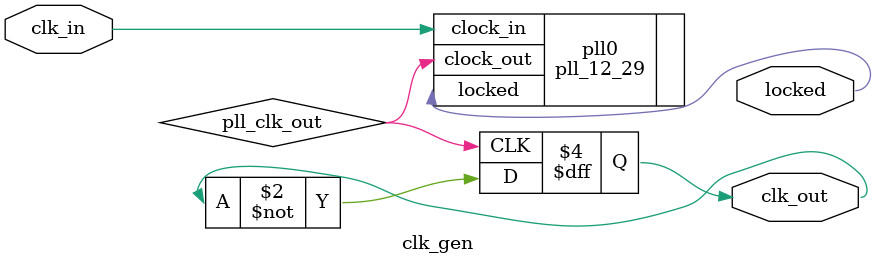
<source format=v>
module clk_gen (
    input clk_in,
    output reg clk_out,
    output locked
);

wire pll_clk_out;

// create 28.xxx Mhz clock
pll_12_29 pll0 (.clock_in(clk_in), .clock_out(pll_clk_out), .locked(locked));

// divide by 2 to get 14.xx Mhz clock
always @(posedge pll_clk_out)
begin
    clk_out <= ~clk_out;
end

// initialization for simulation
initial
begin
    clk_out = 0;
end

endmodule




</source>
